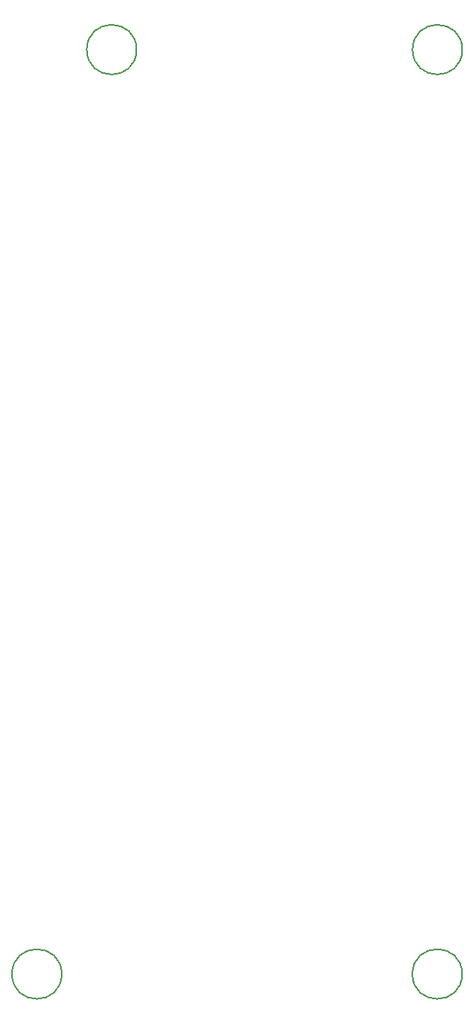
<source format=gbr>
G04 #@! TF.GenerationSoftware,KiCad,Pcbnew,8.0.5-8.0.5-0~ubuntu22.04.1*
G04 #@! TF.CreationDate,2024-10-01T13:57:59+02:00*
G04 #@! TF.ProjectId,wire-cutter,77697265-2d63-4757-9474-65722e6b6963,rev?*
G04 #@! TF.SameCoordinates,Original*
G04 #@! TF.FileFunction,Other,Comment*
%FSLAX46Y46*%
G04 Gerber Fmt 4.6, Leading zero omitted, Abs format (unit mm)*
G04 Created by KiCad (PCBNEW 8.0.5-8.0.5-0~ubuntu22.04.1) date 2024-10-01 13:57:59*
%MOMM*%
%LPD*%
G01*
G04 APERTURE LIST*
%ADD10C,0.150000*%
G04 APERTURE END LIST*
D10*
G04 #@! TO.C,REF\u002A\u002A*
X77240000Y-32650000D02*
G75*
G02*
X71640000Y-32650000I-2800000J0D01*
G01*
X71640000Y-32650000D02*
G75*
G02*
X77240000Y-32650000I2800000J0D01*
G01*
X113900000Y-32650000D02*
G75*
G02*
X108300000Y-32650000I-2800000J0D01*
G01*
X108300000Y-32650000D02*
G75*
G02*
X113900000Y-32650000I2800000J0D01*
G01*
X68820000Y-136600000D02*
G75*
G02*
X63220000Y-136600000I-2800000J0D01*
G01*
X63220000Y-136600000D02*
G75*
G02*
X68820000Y-136600000I2800000J0D01*
G01*
X113880000Y-136600000D02*
G75*
G02*
X108280000Y-136600000I-2800000J0D01*
G01*
X108280000Y-136600000D02*
G75*
G02*
X113880000Y-136600000I2800000J0D01*
G01*
G04 #@! TD*
M02*

</source>
